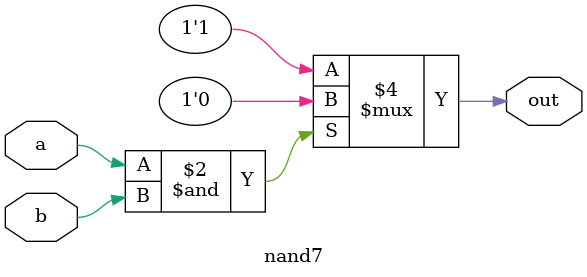
<source format=v>
module nand7 (
    input wire a,b,
    output reg out
);

    always @(*) begin
        out = ~(a & b) ? 1'b1 : 1'b0;
    end
    
endmodule

</source>
